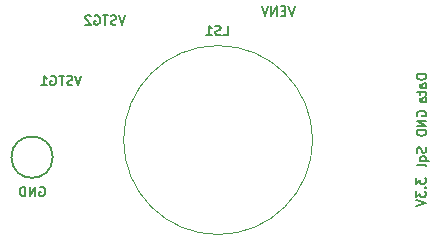
<source format=gbo>
G04 #@! TF.GenerationSoftware,KiCad,Pcbnew,(6.0.2)*
G04 #@! TF.CreationDate,2022-05-11T22:01:16-05:00*
G04 #@! TF.ProjectId,Receive US,52656365-6976-4652-9055-532e6b696361,rev?*
G04 #@! TF.SameCoordinates,Original*
G04 #@! TF.FileFunction,Legend,Bot*
G04 #@! TF.FilePolarity,Positive*
%FSLAX46Y46*%
G04 Gerber Fmt 4.6, Leading zero omitted, Abs format (unit mm)*
G04 Created by KiCad (PCBNEW (6.0.2)) date 2022-05-11 22:01:16*
%MOMM*%
%LPD*%
G01*
G04 APERTURE LIST*
%ADD10C,0.150000*%
%ADD11C,0.127000*%
%ADD12C,0.120000*%
%ADD13C,3.200000*%
%ADD14C,2.800000*%
%ADD15R,1.700000X1.700000*%
%ADD16O,1.700000X1.700000*%
%ADD17C,2.000000*%
G04 APERTURE END LIST*
D10*
X117573809Y-100600000D02*
X117611904Y-100714285D01*
X117611904Y-100904761D01*
X117573809Y-100980952D01*
X117535714Y-101019047D01*
X117459523Y-101057142D01*
X117383333Y-101057142D01*
X117307142Y-101019047D01*
X117269047Y-100980952D01*
X117230952Y-100904761D01*
X117192857Y-100752380D01*
X117154761Y-100676190D01*
X117116666Y-100638095D01*
X117040476Y-100600000D01*
X116964285Y-100600000D01*
X116888095Y-100638095D01*
X116850000Y-100676190D01*
X116811904Y-100752380D01*
X116811904Y-100942857D01*
X116850000Y-101057142D01*
X117078571Y-101742857D02*
X117878571Y-101742857D01*
X117573809Y-101742857D02*
X117611904Y-101666666D01*
X117611904Y-101514285D01*
X117573809Y-101438095D01*
X117535714Y-101400000D01*
X117459523Y-101361904D01*
X117230952Y-101361904D01*
X117154761Y-101400000D01*
X117116666Y-101438095D01*
X117078571Y-101514285D01*
X117078571Y-101666666D01*
X117116666Y-101742857D01*
X117611904Y-102238095D02*
X117573809Y-102161904D01*
X117497619Y-102123809D01*
X116811904Y-102123809D01*
X116761904Y-103194047D02*
X116761904Y-103689285D01*
X117066666Y-103422619D01*
X117066666Y-103536904D01*
X117104761Y-103613095D01*
X117142857Y-103651190D01*
X117219047Y-103689285D01*
X117409523Y-103689285D01*
X117485714Y-103651190D01*
X117523809Y-103613095D01*
X117561904Y-103536904D01*
X117561904Y-103308333D01*
X117523809Y-103232142D01*
X117485714Y-103194047D01*
X117485714Y-104032142D02*
X117523809Y-104070238D01*
X117561904Y-104032142D01*
X117523809Y-103994047D01*
X117485714Y-104032142D01*
X117561904Y-104032142D01*
X116761904Y-104336904D02*
X116761904Y-104832142D01*
X117066666Y-104565476D01*
X117066666Y-104679761D01*
X117104761Y-104755952D01*
X117142857Y-104794047D01*
X117219047Y-104832142D01*
X117409523Y-104832142D01*
X117485714Y-104794047D01*
X117523809Y-104755952D01*
X117561904Y-104679761D01*
X117561904Y-104451190D01*
X117523809Y-104375000D01*
X117485714Y-104336904D01*
X116761904Y-105060714D02*
X117561904Y-105327380D01*
X116761904Y-105594047D01*
X88433333Y-94561904D02*
X88166666Y-95361904D01*
X87900000Y-94561904D01*
X87671428Y-95323809D02*
X87557142Y-95361904D01*
X87366666Y-95361904D01*
X87290476Y-95323809D01*
X87252380Y-95285714D01*
X87214285Y-95209523D01*
X87214285Y-95133333D01*
X87252380Y-95057142D01*
X87290476Y-95019047D01*
X87366666Y-94980952D01*
X87519047Y-94942857D01*
X87595238Y-94904761D01*
X87633333Y-94866666D01*
X87671428Y-94790476D01*
X87671428Y-94714285D01*
X87633333Y-94638095D01*
X87595238Y-94600000D01*
X87519047Y-94561904D01*
X87328571Y-94561904D01*
X87214285Y-94600000D01*
X86985714Y-94561904D02*
X86528571Y-94561904D01*
X86757142Y-95361904D02*
X86757142Y-94561904D01*
X85842857Y-94600000D02*
X85919047Y-94561904D01*
X86033333Y-94561904D01*
X86147619Y-94600000D01*
X86223809Y-94676190D01*
X86261904Y-94752380D01*
X86300000Y-94904761D01*
X86300000Y-95019047D01*
X86261904Y-95171428D01*
X86223809Y-95247619D01*
X86147619Y-95323809D01*
X86033333Y-95361904D01*
X85957142Y-95361904D01*
X85842857Y-95323809D01*
X85804761Y-95285714D01*
X85804761Y-95019047D01*
X85957142Y-95019047D01*
X85042857Y-95361904D02*
X85500000Y-95361904D01*
X85271428Y-95361904D02*
X85271428Y-94561904D01*
X85347619Y-94676190D01*
X85423809Y-94752380D01*
X85500000Y-94790476D01*
X116850000Y-97965476D02*
X116811904Y-97889285D01*
X116811904Y-97775000D01*
X116850000Y-97660714D01*
X116926190Y-97584523D01*
X117002380Y-97546428D01*
X117154761Y-97508333D01*
X117269047Y-97508333D01*
X117421428Y-97546428D01*
X117497619Y-97584523D01*
X117573809Y-97660714D01*
X117611904Y-97775000D01*
X117611904Y-97851190D01*
X117573809Y-97965476D01*
X117535714Y-98003571D01*
X117269047Y-98003571D01*
X117269047Y-97851190D01*
X117611904Y-98346428D02*
X116811904Y-98346428D01*
X117611904Y-98803571D01*
X116811904Y-98803571D01*
X117611904Y-99184523D02*
X116811904Y-99184523D01*
X116811904Y-99375000D01*
X116850000Y-99489285D01*
X116926190Y-99565476D01*
X117002380Y-99603571D01*
X117154761Y-99641666D01*
X117269047Y-99641666D01*
X117421428Y-99603571D01*
X117497619Y-99565476D01*
X117573809Y-99489285D01*
X117611904Y-99375000D01*
X117611904Y-99184523D01*
X84909523Y-103975000D02*
X84985714Y-103936904D01*
X85100000Y-103936904D01*
X85214285Y-103975000D01*
X85290476Y-104051190D01*
X85328571Y-104127380D01*
X85366666Y-104279761D01*
X85366666Y-104394047D01*
X85328571Y-104546428D01*
X85290476Y-104622619D01*
X85214285Y-104698809D01*
X85100000Y-104736904D01*
X85023809Y-104736904D01*
X84909523Y-104698809D01*
X84871428Y-104660714D01*
X84871428Y-104394047D01*
X85023809Y-104394047D01*
X84528571Y-104736904D02*
X84528571Y-103936904D01*
X84071428Y-104736904D01*
X84071428Y-103936904D01*
X83690476Y-104736904D02*
X83690476Y-103936904D01*
X83500000Y-103936904D01*
X83385714Y-103975000D01*
X83309523Y-104051190D01*
X83271428Y-104127380D01*
X83233333Y-104279761D01*
X83233333Y-104394047D01*
X83271428Y-104546428D01*
X83309523Y-104622619D01*
X83385714Y-104698809D01*
X83500000Y-104736904D01*
X83690476Y-104736904D01*
X106490476Y-88661904D02*
X106223809Y-89461904D01*
X105957142Y-88661904D01*
X105690476Y-89042857D02*
X105423809Y-89042857D01*
X105309523Y-89461904D02*
X105690476Y-89461904D01*
X105690476Y-88661904D01*
X105309523Y-88661904D01*
X104966666Y-89461904D02*
X104966666Y-88661904D01*
X104509523Y-89461904D01*
X104509523Y-88661904D01*
X104242857Y-88661904D02*
X103976190Y-89461904D01*
X103709523Y-88661904D01*
X92132547Y-89443399D02*
X91865880Y-90243399D01*
X91599214Y-89443399D01*
X91370642Y-90205304D02*
X91256356Y-90243399D01*
X91065880Y-90243399D01*
X90989690Y-90205304D01*
X90951594Y-90167209D01*
X90913499Y-90091018D01*
X90913499Y-90014828D01*
X90951594Y-89938637D01*
X90989690Y-89900542D01*
X91065880Y-89862447D01*
X91218261Y-89824352D01*
X91294452Y-89786256D01*
X91332547Y-89748161D01*
X91370642Y-89671971D01*
X91370642Y-89595780D01*
X91332547Y-89519590D01*
X91294452Y-89481495D01*
X91218261Y-89443399D01*
X91027785Y-89443399D01*
X90913499Y-89481495D01*
X90684928Y-89443399D02*
X90227785Y-89443399D01*
X90456356Y-90243399D02*
X90456356Y-89443399D01*
X89542071Y-89481495D02*
X89618261Y-89443399D01*
X89732547Y-89443399D01*
X89846833Y-89481495D01*
X89923023Y-89557685D01*
X89961118Y-89633875D01*
X89999214Y-89786256D01*
X89999214Y-89900542D01*
X89961118Y-90052923D01*
X89923023Y-90129114D01*
X89846833Y-90205304D01*
X89732547Y-90243399D01*
X89656356Y-90243399D01*
X89542071Y-90205304D01*
X89503975Y-90167209D01*
X89503975Y-89900542D01*
X89656356Y-89900542D01*
X89199214Y-89519590D02*
X89161118Y-89481495D01*
X89084928Y-89443399D01*
X88894452Y-89443399D01*
X88818261Y-89481495D01*
X88780166Y-89519590D01*
X88742071Y-89595780D01*
X88742071Y-89671971D01*
X88780166Y-89786256D01*
X89237309Y-90243399D01*
X88742071Y-90243399D01*
X117611904Y-94436095D02*
X116811904Y-94436095D01*
X116811904Y-94626571D01*
X116850000Y-94740857D01*
X116926190Y-94817047D01*
X117002380Y-94855142D01*
X117154761Y-94893238D01*
X117269047Y-94893238D01*
X117421428Y-94855142D01*
X117497619Y-94817047D01*
X117573809Y-94740857D01*
X117611904Y-94626571D01*
X117611904Y-94436095D01*
X117611904Y-95578952D02*
X117192857Y-95578952D01*
X117116666Y-95540857D01*
X117078571Y-95464666D01*
X117078571Y-95312285D01*
X117116666Y-95236095D01*
X117573809Y-95578952D02*
X117611904Y-95502761D01*
X117611904Y-95312285D01*
X117573809Y-95236095D01*
X117497619Y-95198000D01*
X117421428Y-95198000D01*
X117345238Y-95236095D01*
X117307142Y-95312285D01*
X117307142Y-95502761D01*
X117269047Y-95578952D01*
X117078571Y-95845619D02*
X117078571Y-96150380D01*
X116811904Y-95959904D02*
X117497619Y-95959904D01*
X117573809Y-95998000D01*
X117611904Y-96074190D01*
X117611904Y-96150380D01*
X117611904Y-96759904D02*
X117192857Y-96759904D01*
X117116666Y-96721809D01*
X117078571Y-96645619D01*
X117078571Y-96493238D01*
X117116666Y-96417047D01*
X117573809Y-96759904D02*
X117611904Y-96683714D01*
X117611904Y-96493238D01*
X117573809Y-96417047D01*
X117497619Y-96378952D01*
X117421428Y-96378952D01*
X117345238Y-96417047D01*
X117307142Y-96493238D01*
X117307142Y-96683714D01*
X117269047Y-96759904D01*
D11*
G04 #@! TO.C,LS1*
X100439285Y-91111904D02*
X100820238Y-91111904D01*
X100820238Y-90311904D01*
X100210714Y-91073809D02*
X100096428Y-91111904D01*
X99905952Y-91111904D01*
X99829761Y-91073809D01*
X99791666Y-91035714D01*
X99753571Y-90959523D01*
X99753571Y-90883333D01*
X99791666Y-90807142D01*
X99829761Y-90769047D01*
X99905952Y-90730952D01*
X100058333Y-90692857D01*
X100134523Y-90654761D01*
X100172619Y-90616666D01*
X100210714Y-90540476D01*
X100210714Y-90464285D01*
X100172619Y-90388095D01*
X100134523Y-90350000D01*
X100058333Y-90311904D01*
X99867857Y-90311904D01*
X99753571Y-90350000D01*
X98991666Y-91111904D02*
X99448809Y-91111904D01*
X99220238Y-91111904D02*
X99220238Y-90311904D01*
X99296428Y-90426190D01*
X99372619Y-90502380D01*
X99448809Y-90540476D01*
D10*
G04 #@! TO.C,TP5*
X86000000Y-101450000D02*
G75*
G03*
X86000000Y-101450000I-1750000J0D01*
G01*
D12*
G04 #@! TO.C,LS1*
X108000000Y-100000000D02*
G75*
G03*
X108000000Y-100000000I-8000000J0D01*
G01*
G04 #@! TD*
%LPC*%
D13*
G04 #@! TO.C,H5*
X85000000Y-90556000D03*
G04 #@! TD*
G04 #@! TO.C,H4*
X85000000Y-109444000D03*
G04 #@! TD*
D14*
G04 #@! TO.C,TP1*
X86700000Y-97550000D03*
G04 #@! TD*
D13*
G04 #@! TO.C,H3*
X115000000Y-90556000D03*
G04 #@! TD*
D14*
G04 #@! TO.C,TP2*
X94100000Y-89900000D03*
G04 #@! TD*
G04 #@! TO.C,TP3*
X108525000Y-89975000D03*
G04 #@! TD*
D15*
G04 #@! TO.C,J1*
X114900000Y-103900000D03*
D16*
X114900000Y-101360000D03*
X114900000Y-98820000D03*
X114900000Y-96280000D03*
G04 #@! TD*
D13*
G04 #@! TO.C,H2*
X115000000Y-109444000D03*
G04 #@! TD*
D14*
G04 #@! TO.C,TP5*
X84250000Y-101450000D03*
G04 #@! TD*
D17*
G04 #@! TO.C,LS1*
X100000000Y-95000000D03*
X100000000Y-105000000D03*
G04 #@! TD*
M02*

</source>
